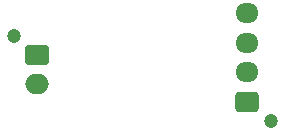
<source format=gbs>
G04 #@! TF.GenerationSoftware,KiCad,Pcbnew,9.0.4*
G04 #@! TF.CreationDate,2025-11-13T19:39:23-05:00*
G04 #@! TF.ProjectId,thermistor circuit,74686572-6d69-4737-946f-722063697263,rev?*
G04 #@! TF.SameCoordinates,Original*
G04 #@! TF.FileFunction,Soldermask,Bot*
G04 #@! TF.FilePolarity,Negative*
%FSLAX46Y46*%
G04 Gerber Fmt 4.6, Leading zero omitted, Abs format (unit mm)*
G04 Created by KiCad (PCBNEW 9.0.4) date 2025-11-13 19:39:23*
%MOMM*%
%LPD*%
G01*
G04 APERTURE LIST*
G04 Aperture macros list*
%AMRoundRect*
0 Rectangle with rounded corners*
0 $1 Rounding radius*
0 $2 $3 $4 $5 $6 $7 $8 $9 X,Y pos of 4 corners*
0 Add a 4 corners polygon primitive as box body*
4,1,4,$2,$3,$4,$5,$6,$7,$8,$9,$2,$3,0*
0 Add four circle primitives for the rounded corners*
1,1,$1+$1,$2,$3*
1,1,$1+$1,$4,$5*
1,1,$1+$1,$6,$7*
1,1,$1+$1,$8,$9*
0 Add four rect primitives between the rounded corners*
20,1,$1+$1,$2,$3,$4,$5,0*
20,1,$1+$1,$4,$5,$6,$7,0*
20,1,$1+$1,$6,$7,$8,$9,0*
20,1,$1+$1,$8,$9,$2,$3,0*%
G04 Aperture macros list end*
%ADD10C,1.200000*%
%ADD11RoundRect,0.250000X0.725000X-0.600000X0.725000X0.600000X-0.725000X0.600000X-0.725000X-0.600000X0*%
%ADD12O,1.950000X1.700000*%
%ADD13RoundRect,0.250000X-0.750000X0.600000X-0.750000X-0.600000X0.750000X-0.600000X0.750000X0.600000X0*%
%ADD14O,2.000000X1.700000*%
G04 APERTURE END LIST*
D10*
X200750000Y-88850000D03*
D11*
X198750000Y-87250000D03*
D12*
X198750000Y-84750000D03*
X198750000Y-82250000D03*
X198750000Y-79750000D03*
D10*
X179000000Y-81650000D03*
D13*
X181000000Y-83250000D03*
D14*
X181000000Y-85750000D03*
M02*

</source>
